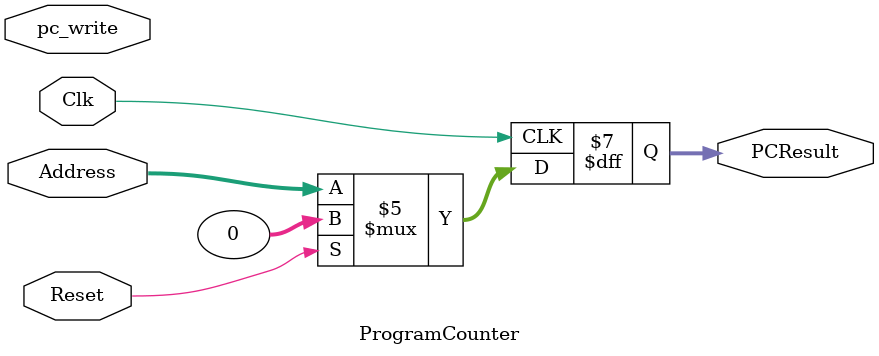
<source format=v>
`timescale 1ns / 1ps


module ProgramCounter(
    input Clk,
    input Reset,
    input pc_write,
    input [31:0] Address,
    output reg [31:0] PCResult
    );
    
    // contents of register default to unknown values or '0' upon instantiation
    initial begin
        PCResult <= 32'b0;
    end
    
    // enable global reset
    always @(posedge Clk) begin
        if (Reset == 1) begin
            PCResult <= 32'b0;
        end
        
        else begin
            PCResult <= Address;
        end
    end
endmodule

</source>
